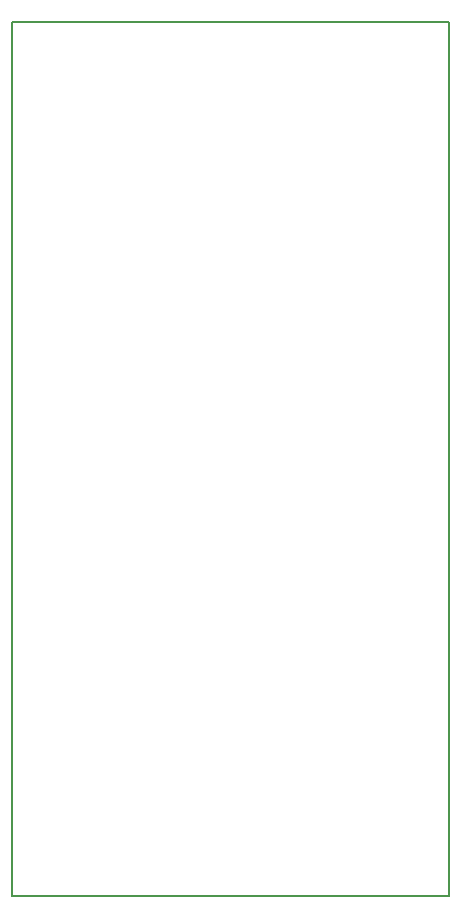
<source format=gm1>
G04 #@! TF.FileFunction,Profile,NP*
%FSLAX46Y46*%
G04 Gerber Fmt 4.6, Leading zero omitted, Abs format (unit mm)*
G04 Created by KiCad (PCBNEW 4.0.6) date 01/05/18 17:09:47*
%MOMM*%
%LPD*%
G01*
G04 APERTURE LIST*
%ADD10C,0.100000*%
%ADD11C,0.150000*%
G04 APERTURE END LIST*
D10*
D11*
X108720000Y-116720000D02*
X108720000Y-117720000D01*
X145720000Y-116720000D02*
X145720000Y-117720000D01*
X145720000Y-44720000D02*
X145720000Y-43720000D01*
X108720000Y-44720000D02*
X108720000Y-43720000D01*
X108720000Y-117720000D02*
X145720000Y-117720000D01*
X108720000Y-43720000D02*
X145720000Y-43720000D01*
X108720000Y-44720000D02*
X108720000Y-116720000D01*
X145720000Y-44720000D02*
X145720000Y-116720000D01*
M02*

</source>
